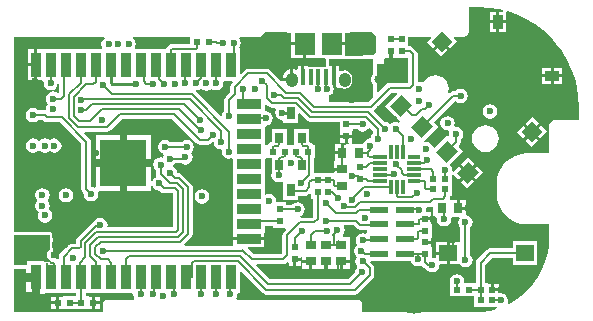
<source format=gtl>
G04 Layer_Physical_Order=1*
G04 Layer_Color=3162822*
%FSLAX44Y44*%
%MOMM*%
G71*
G01*
G75*
%ADD10R,0.9000X2.1000*%
%ADD11R,2.1000X0.9000*%
%ADD12R,4.0000X4.0000*%
%ADD13R,1.5000X0.5500*%
%ADD14R,1.2000X0.3000*%
%ADD15R,0.3000X1.2000*%
%ADD16R,1.1000X0.3000*%
%ADD17R,0.6000X0.5000*%
%ADD18R,0.5000X0.6000*%
%ADD19R,0.8000X0.9000*%
%ADD20R,1.5000X1.4000*%
%ADD21R,1.2000X0.8500*%
%ADD22R,0.8500X1.2000*%
G04:AMPARAMS|DCode=23|XSize=1.3mm|YSize=1.4mm|CornerRadius=0mm|HoleSize=0mm|Usage=FLASHONLY|Rotation=315.000|XOffset=0mm|YOffset=0mm|HoleType=Round|Shape=Rectangle|*
%AMROTATEDRECTD23*
4,1,4,-0.9546,-0.0354,0.0354,0.9546,0.9546,0.0354,-0.0354,-0.9546,-0.9546,-0.0354,0.0*
%
%ADD23ROTATEDRECTD23*%

G04:AMPARAMS|DCode=24|XSize=1.2mm|YSize=1.3mm|CornerRadius=0mm|HoleSize=0mm|Usage=FLASHONLY|Rotation=315.000|XOffset=0mm|YOffset=0mm|HoleType=Round|Shape=Rectangle|*
%AMROTATEDRECTD24*
4,1,4,-0.8839,-0.0354,0.0354,0.8839,0.8839,0.0354,-0.0354,-0.8839,-0.8839,-0.0354,0.0*
%
%ADD24ROTATEDRECTD24*%

%ADD25R,0.6500X1.1000*%
%ADD26R,0.6500X0.9000*%
%ADD27R,0.4000X1.3500*%
%ADD28R,1.8000X1.9000*%
%ADD29R,0.9000X0.8000*%
%ADD30C,0.2000*%
%ADD31C,0.2500*%
%ADD32C,0.3500*%
%ADD33C,0.6000*%
%ADD34O,1.0500X1.2500*%
%ADD35C,4.0000*%
G36*
X405116Y75916D02*
X406439Y75032D01*
X408000Y74722D01*
X408000Y74722D01*
X413383D01*
X413500Y73500D01*
Y72500D01*
X412591Y71629D01*
X412230Y71410D01*
X410328Y71789D01*
X407987Y71323D01*
X406002Y69997D01*
X404676Y68012D01*
X404210Y65671D01*
X404676Y63330D01*
X405601Y61946D01*
X404673Y61326D01*
X403347Y59341D01*
X402882Y57000D01*
X403347Y54659D01*
X404673Y52674D01*
X405526Y52104D01*
X404348Y50341D01*
X403882Y48000D01*
X404348Y45659D01*
X404984Y44707D01*
X405474Y43526D01*
X404919Y42694D01*
X404918Y42694D01*
X404880Y42636D01*
X404148Y41541D01*
X403683Y39200D01*
X403741Y38908D01*
X397911Y33078D01*
X331320D01*
X319850Y44548D01*
X320336Y45722D01*
X342800D01*
X342800Y45722D01*
X344361Y46032D01*
X345684Y46916D01*
X346287Y47519D01*
X347460Y47033D01*
Y44460D01*
X351230D01*
Y50000D01*
X352500D01*
Y51270D01*
X357540D01*
Y52748D01*
X357690Y52821D01*
X358960Y52028D01*
Y49272D01*
X366000D01*
Y48002D01*
X367270D01*
Y41462D01*
X377730D01*
Y48002D01*
X380270D01*
Y41462D01*
X390730D01*
Y48002D01*
X392000D01*
Y49272D01*
X399040D01*
Y53922D01*
X399500Y55002D01*
X399500Y55621D01*
Y69002D01*
X393472D01*
X393084Y70272D01*
X394267Y72042D01*
X394733Y74384D01*
X394267Y76725D01*
X393902Y77271D01*
X394501Y78391D01*
X402641D01*
X405116Y75916D01*
D02*
G37*
G36*
X419000Y215000D02*
X419000Y215000D01*
X419000D01*
Y206641D01*
X418982Y206503D01*
X418883Y206404D01*
X418721Y206280D01*
X417759Y205026D01*
X417155Y203567D01*
X416949Y202000D01*
X417155Y200434D01*
X417759Y198974D01*
X418721Y197721D01*
X419000Y197359D01*
X419000Y197359D01*
X419000Y197359D01*
Y186768D01*
X415111Y182878D01*
X382000D01*
Y188541D01*
X382526Y188759D01*
X383779Y189721D01*
X384741Y190974D01*
X385346Y192434D01*
X385552Y194000D01*
X386525Y195110D01*
X390040D01*
X390040Y195110D01*
X391512Y195043D01*
X393014Y194421D01*
X394750Y194193D01*
X396486Y194421D01*
X398104Y195091D01*
X399493Y196157D01*
X400559Y197546D01*
X401229Y199164D01*
X401457Y200900D01*
Y202900D01*
X401229Y204636D01*
X400559Y206254D01*
X399493Y207643D01*
X398104Y208709D01*
X396486Y209379D01*
X394750Y209607D01*
X393014Y209379D01*
X391540Y208768D01*
X390434Y209169D01*
X390040Y209364D01*
Y213690D01*
X386770D01*
Y204400D01*
X384230D01*
Y213690D01*
X382000D01*
Y219000D01*
X419000D01*
Y215000D01*
D02*
G37*
G36*
X145000Y57993D02*
X144721Y57779D01*
X143759Y56526D01*
X143154Y55066D01*
X142948Y53500D01*
X143154Y51934D01*
X143759Y50474D01*
X144721Y49221D01*
X144827Y49139D01*
X144318Y47639D01*
X140900D01*
Y48099D01*
X125900D01*
Y45000D01*
X115000D01*
Y70000D01*
X145000D01*
Y57993D01*
D02*
G37*
G36*
X435269Y220460D02*
X437500D01*
Y220000D01*
X448500D01*
X448538Y218515D01*
Y199078D01*
X433000D01*
X433000Y199078D01*
X431439Y198768D01*
X430116Y197884D01*
X423445Y191212D01*
X422059Y191786D01*
Y197507D01*
X422019Y197705D01*
X422033Y197906D01*
X421904Y198285D01*
X421826Y198678D01*
X421714Y198846D01*
X421649Y199037D01*
X421385Y199337D01*
X421163Y199670D01*
X420995Y199782D01*
X420431Y200517D01*
X420135Y201233D01*
X420034Y202000D01*
X420135Y202768D01*
X420431Y203484D01*
X420995Y204219D01*
X421163Y204331D01*
X421385Y204664D01*
X421649Y204964D01*
X421714Y205155D01*
X421826Y205323D01*
X421904Y205715D01*
X422033Y206094D01*
X422019Y206296D01*
X422059Y206494D01*
Y215000D01*
X428000D01*
Y219358D01*
X428960Y220460D01*
X432729D01*
Y226000D01*
X435269D01*
Y220460D01*
D02*
G37*
G36*
X300140Y199676D02*
X299116Y198652D01*
X298232Y197329D01*
X297922Y195768D01*
X297922Y195768D01*
Y191214D01*
X294116Y187408D01*
X293232Y186085D01*
X292922Y184524D01*
X292922Y184524D01*
Y175491D01*
X292674Y175326D01*
X291348Y173341D01*
X290947Y171325D01*
X289738Y170737D01*
X268824Y191651D01*
X268878Y192029D01*
X269324Y192947D01*
X271341Y193348D01*
X273266Y194634D01*
X273474Y194323D01*
X275459Y192997D01*
X277800Y192531D01*
X280141Y192997D01*
X282126Y194323D01*
X282149Y194357D01*
X283659Y193348D01*
X286000Y192882D01*
X288341Y193348D01*
X290326Y194674D01*
X291652Y196659D01*
X292118Y199000D01*
X291945Y199867D01*
X292751Y200849D01*
X299654D01*
X300140Y199676D01*
D02*
G37*
G36*
X439236Y189748D02*
X428678Y179191D01*
X441391Y166478D01*
X440581Y165491D01*
X440341Y165652D01*
X438000Y166117D01*
X435659Y165652D01*
X434613Y164953D01*
X433624Y164353D01*
X432558Y164941D01*
X431541Y165620D01*
X429200Y166085D01*
X428908Y166028D01*
X419624Y175311D01*
X419684Y175916D01*
X434689Y190922D01*
X438750D01*
X439236Y189748D01*
D02*
G37*
G36*
X330273Y179191D02*
X331596Y178307D01*
X333157Y177997D01*
X333157Y177997D01*
X336107D01*
X336706Y176877D01*
X336348Y176341D01*
X335882Y174000D01*
X336348Y171659D01*
X337674Y169674D01*
X339659Y168348D01*
X342000Y167882D01*
X342750Y167267D01*
Y164875D01*
X355250D01*
Y172973D01*
X356423Y173459D01*
X362567Y167316D01*
X363890Y166432D01*
X365451Y166122D01*
X390500D01*
Y158000D01*
X390960D01*
Y155270D01*
X395999D01*
X401040D01*
Y158000D01*
X401500D01*
Y159921D01*
X405508D01*
X405673Y159674D01*
X407658Y158348D01*
X409999Y157882D01*
X412340Y158348D01*
X414325Y159674D01*
X415064Y160780D01*
X416328Y160905D01*
X418922Y158311D01*
Y156491D01*
X418674Y156326D01*
X417348Y154341D01*
X417119Y153190D01*
X416000Y152118D01*
X413659Y151652D01*
X411674Y150326D01*
X410348Y148341D01*
X410181Y147500D01*
X401788D01*
X401040Y148460D01*
Y152730D01*
X397269D01*
Y148460D01*
X398085D01*
X398565Y148040D01*
X398876Y147190D01*
X398750Y147040D01*
X394271D01*
Y140001D01*
X393001D01*
Y138731D01*
X386462D01*
Y133601D01*
X385960Y132538D01*
X385960Y131898D01*
Y127268D01*
X393000D01*
Y124728D01*
X385960D01*
Y123000D01*
X369028D01*
Y135500D01*
X370000D01*
Y146500D01*
X367780D01*
X367768Y146561D01*
X366884Y147884D01*
X366884Y147884D01*
X365884Y148884D01*
X364750Y149642D01*
Y160125D01*
X352250D01*
Y146500D01*
X345750D01*
Y160125D01*
X333250D01*
Y149642D01*
X332116Y148884D01*
X332116Y148884D01*
X331116Y147884D01*
X330232Y146561D01*
X330220Y146500D01*
X328000D01*
X327000Y147152D01*
Y162080D01*
X327982Y162886D01*
X328000Y162882D01*
X330341Y163348D01*
X332326Y164674D01*
X333652Y166659D01*
X334118Y169000D01*
X333652Y171341D01*
X332326Y173326D01*
X330341Y174652D01*
X328000Y175117D01*
X327982Y175114D01*
X327000Y175920D01*
Y180805D01*
X328173Y181291D01*
X330273Y179191D01*
D02*
G37*
G36*
X191544Y236907D02*
X190674Y236326D01*
X189348Y234341D01*
X188883Y232000D01*
X189348Y229659D01*
X189809Y228969D01*
X189210Y227849D01*
X138600D01*
Y227389D01*
X134670D01*
Y214349D01*
Y201309D01*
X138600D01*
Y200849D01*
X139249D01*
X140055Y199867D01*
X139882Y199000D01*
X140348Y196658D01*
X141674Y194674D01*
X143659Y193348D01*
X146000Y192882D01*
X148341Y193348D01*
X150325Y194674D01*
X151652Y196658D01*
X152052Y198670D01*
X153322Y198545D01*
Y190622D01*
X152452Y190261D01*
X152052Y190175D01*
X150141Y191452D01*
X147800Y191918D01*
X145459Y191452D01*
X143474Y190126D01*
X142148Y188141D01*
X141683Y185800D01*
X142148Y183459D01*
X142918Y182306D01*
X143474Y181474D01*
X142984Y180293D01*
X142348Y179341D01*
X141920Y177190D01*
X141700Y176831D01*
X140771Y176078D01*
X135491D01*
X135326Y176326D01*
X133341Y177652D01*
X131000Y178118D01*
X128659Y177652D01*
X126674Y176326D01*
X125348Y174341D01*
X124882Y172000D01*
X125348Y169659D01*
X126674Y167674D01*
X128659Y166348D01*
X131000Y165882D01*
X133341Y166348D01*
X135326Y167674D01*
X135491Y167922D01*
X139311D01*
X140116Y167116D01*
X140116Y167116D01*
X141439Y166232D01*
X143000Y165922D01*
X143000Y165922D01*
X153431D01*
X171922Y147431D01*
Y109000D01*
X171922Y109000D01*
X172232Y107439D01*
X173116Y106116D01*
X173941Y105292D01*
X173883Y105000D01*
X174348Y102659D01*
X175674Y100674D01*
X177659Y99348D01*
X180000Y98883D01*
X182341Y99348D01*
X184326Y100674D01*
X185652Y102659D01*
X186117Y105000D01*
X185804Y106579D01*
X186724Y107849D01*
X204250D01*
Y128099D01*
X184000D01*
Y110891D01*
X182880Y110292D01*
X182341Y110652D01*
X180078Y111102D01*
Y149121D01*
X179768Y150681D01*
X178884Y152004D01*
X178884Y152004D01*
X174340Y156548D01*
X174826Y157722D01*
X193800D01*
X193800Y157722D01*
X195361Y158032D01*
X196684Y158916D01*
X206289Y168522D01*
X248942D01*
X269347Y148116D01*
X269347Y148116D01*
X270670Y147232D01*
X272231Y146922D01*
X272231Y146922D01*
X279000D01*
X279000Y146922D01*
X280561Y147232D01*
X281884Y148116D01*
X282666Y148898D01*
X283922Y148804D01*
X284348Y146659D01*
X285674Y144674D01*
X287659Y143348D01*
X289963Y142890D01*
X290313Y142794D01*
X291085Y142022D01*
X290882Y141000D01*
X291348Y138659D01*
X292674Y136674D01*
X294658Y135348D01*
X296999Y134882D01*
X298730Y135226D01*
X300000Y134377D01*
Y123199D01*
Y110499D01*
Y97799D01*
Y85099D01*
Y72399D01*
X300460D01*
Y68469D01*
X313500D01*
X326540D01*
Y72399D01*
X327000D01*
Y77922D01*
X334500D01*
Y76000D01*
X344436D01*
X344962Y74730D01*
X343116Y72884D01*
X342232Y71561D01*
X341922Y70000D01*
X341922Y70000D01*
Y54689D01*
X341111Y53878D01*
X317889D01*
X312782Y58986D01*
X313268Y60159D01*
X326540D01*
Y65929D01*
X313500D01*
X300460D01*
Y61078D01*
X259642D01*
X259116Y62348D01*
X264884Y68116D01*
X265768Y69439D01*
X266078Y71000D01*
X266078Y71000D01*
Y110879D01*
X265768Y112440D01*
X264884Y113763D01*
X264884Y113763D01*
X257363Y121284D01*
X256040Y122168D01*
X254479Y122478D01*
X254479Y122478D01*
X254309D01*
X253118Y123000D01*
X252652Y125341D01*
X251326Y127326D01*
X249918Y128266D01*
X249918Y129733D01*
X251325Y130674D01*
X251491Y130921D01*
X256801D01*
X257659Y130348D01*
X260000Y129882D01*
X262341Y130348D01*
X264326Y131674D01*
X265652Y133659D01*
X266117Y136000D01*
X265652Y138341D01*
X264628Y139874D01*
X265380Y140376D01*
X266706Y142361D01*
X267172Y144702D01*
X266706Y147043D01*
X265380Y149028D01*
X263395Y150354D01*
X261054Y150819D01*
X258713Y150354D01*
X256729Y149028D01*
X256563Y148780D01*
X247690D01*
X247326Y149326D01*
X245341Y150652D01*
X243000Y151117D01*
X240659Y150652D01*
X238674Y149326D01*
X237348Y147341D01*
X236882Y145000D01*
X237348Y142659D01*
X238674Y140674D01*
X240659Y139348D01*
X241330Y139215D01*
X241816Y138041D01*
X241348Y137341D01*
X241024Y135715D01*
X239000Y136117D01*
X236659Y135652D01*
X234674Y134326D01*
X233348Y132341D01*
X232882Y130000D01*
X233348Y127659D01*
X234674Y125674D01*
X234922Y125509D01*
Y122232D01*
X234922Y122232D01*
X235232Y120671D01*
X235279Y120601D01*
X235658Y119652D01*
X233674Y118326D01*
X232348Y116341D01*
X232270Y115950D01*
X231000Y116076D01*
Y128099D01*
X210750D01*
Y107849D01*
X231000D01*
Y111924D01*
X232270Y112049D01*
X232348Y111659D01*
X233674Y109674D01*
X235658Y108348D01*
X237999Y107882D01*
X238291Y107940D01*
X239115Y107116D01*
X239115Y107116D01*
X240439Y106232D01*
X241999Y105922D01*
X241999Y105922D01*
X249311D01*
X249522Y105711D01*
Y76678D01*
X194656D01*
X193851Y77660D01*
X194117Y79000D01*
X193652Y81341D01*
X192325Y83326D01*
X190341Y84652D01*
X188000Y85117D01*
X185658Y84652D01*
X183674Y83326D01*
X183092Y82456D01*
X182237Y81884D01*
X168316Y67963D01*
X167432Y66640D01*
X167121Y65079D01*
X167121Y65079D01*
Y63078D01*
X164000D01*
X164000Y63078D01*
X162439Y62768D01*
X161116Y61884D01*
X154116Y54884D01*
X153232Y53561D01*
X152922Y52000D01*
X152922Y52000D01*
Y50602D01*
X152496Y50307D01*
X151652Y50039D01*
X150561Y50768D01*
X149000Y51078D01*
X147593D01*
X146686Y51684D01*
X146431Y52017D01*
X146135Y52732D01*
X146033Y53500D01*
X146063Y53727D01*
X146117Y54000D01*
X146107Y54055D01*
X146135Y54268D01*
X146431Y54983D01*
X146994Y55718D01*
X146995Y55719D01*
X147163Y55831D01*
X147385Y56163D01*
X147649Y56464D01*
X147714Y56655D01*
X147826Y56823D01*
X147904Y57215D01*
X148033Y57594D01*
X148019Y57796D01*
X148059Y57993D01*
Y70000D01*
X147826Y71171D01*
X147163Y72163D01*
X146171Y72826D01*
X145000Y73059D01*
X115000D01*
Y238177D01*
X191158D01*
X191544Y236907D01*
D02*
G37*
G36*
X333250Y122848D02*
X332882Y121000D01*
X333348Y118659D01*
X334674Y116674D01*
X336659Y115348D01*
X339000Y114882D01*
X341341Y115348D01*
X341630Y115541D01*
X342750Y114942D01*
Y100125D01*
X355250D01*
Y103721D01*
X361800D01*
X361800Y103721D01*
X363360Y104032D01*
X364684Y104916D01*
X365327Y105559D01*
X366500Y105073D01*
Y101000D01*
X367922D01*
Y85689D01*
X367311Y85078D01*
X357467D01*
X357341Y86348D01*
X359326Y87674D01*
X360652Y89659D01*
X361118Y92000D01*
X360652Y94341D01*
X359326Y96326D01*
X357341Y97652D01*
X355000Y98118D01*
X352659Y97652D01*
X350674Y96326D01*
X350509Y96078D01*
X345500D01*
Y98000D01*
X337919D01*
X337113Y98982D01*
X337117Y99000D01*
X336651Y101341D01*
X335325Y103326D01*
X333340Y104652D01*
X330999Y105117D01*
X328658Y104652D01*
X328120Y104292D01*
X327000Y104891D01*
Y110499D01*
Y123199D01*
Y134848D01*
X328000Y135500D01*
X333250D01*
Y122848D01*
D02*
G37*
G36*
X517255Y262819D02*
X525431Y261606D01*
X528762Y260772D01*
X528605Y259502D01*
X525761D01*
Y252232D01*
X531281D01*
Y258832D01*
X532403Y259860D01*
X533449Y259598D01*
X541231Y256813D01*
X548703Y253279D01*
X555793Y249030D01*
X562431Y244106D01*
X568556Y238556D01*
X574106Y232431D01*
X579030Y225793D01*
X583279Y218703D01*
X586813Y211231D01*
X589598Y203449D01*
X591606Y195431D01*
X592819Y187255D01*
X593215Y179193D01*
X593177Y179000D01*
Y167437D01*
X572000D01*
X570537Y167146D01*
X569296Y166317D01*
X568468Y165077D01*
X568177Y163614D01*
Y139351D01*
X549283D01*
X549283Y139351D01*
Y139402D01*
X544235Y138905D01*
X539381Y137432D01*
X534908Y135042D01*
X530987Y131824D01*
X527769Y127903D01*
X525378Y123429D01*
X523906Y118575D01*
X523409Y113528D01*
X523460D01*
X523460Y113527D01*
Y105221D01*
X523460Y105221D01*
X523409D01*
X523906Y100173D01*
X525378Y95319D01*
X527769Y90846D01*
X530987Y86925D01*
X534908Y83707D01*
X539381Y81316D01*
X544235Y79844D01*
X549283Y79347D01*
Y79398D01*
X549283Y79398D01*
X568177D01*
Y69000D01*
X568214Y68814D01*
X567820Y61809D01*
X566614Y54709D01*
X564620Y47788D01*
X561864Y41134D01*
X558380Y34831D01*
X554212Y28957D01*
X549413Y23587D01*
X544043Y18788D01*
X538169Y14620D01*
X533753Y12179D01*
X533701Y12202D01*
X532733Y13067D01*
X533117Y15000D01*
X532652Y17341D01*
X531326Y19326D01*
X529341Y20652D01*
X527000Y21117D01*
X526522Y21022D01*
X525540Y21828D01*
Y22730D01*
X519999D01*
Y24000D01*
X518729D01*
Y29040D01*
X516000D01*
Y29500D01*
X514078D01*
Y45311D01*
X519689Y50922D01*
X537000D01*
Y45000D01*
X558000D01*
Y65000D01*
X537000D01*
Y59078D01*
X518000D01*
X518000Y59078D01*
X516439Y58768D01*
X515116Y57884D01*
X515116Y57884D01*
X507116Y49884D01*
X506232Y48561D01*
X505922Y47000D01*
X505922Y47000D01*
Y29500D01*
X496820D01*
X496015Y30482D01*
X496118Y31000D01*
X495652Y33341D01*
X494326Y35326D01*
X492341Y36652D01*
X490000Y37118D01*
X487659Y36652D01*
X485674Y35326D01*
X484348Y33341D01*
X483882Y31000D01*
X484146Y29677D01*
X484000Y29500D01*
X484000D01*
Y18500D01*
X504000D01*
Y9500D01*
X523644D01*
X523769Y9286D01*
X523171Y7792D01*
X518291Y6386D01*
X511191Y5180D01*
X505260Y4847D01*
X504000Y4823D01*
X504000Y4823D01*
X502746Y4823D01*
X409823D01*
Y11775D01*
X409532Y13238D01*
X408704Y14478D01*
X407463Y15307D01*
X406000Y15598D01*
X303803D01*
X303124Y16868D01*
X303652Y17659D01*
X304118Y20000D01*
X304094Y20117D01*
X304900Y21099D01*
X306000D01*
Y39197D01*
X307173Y39683D01*
X325741Y21116D01*
X325741Y21116D01*
X327064Y20232D01*
X328624Y19922D01*
X403368D01*
X403368Y19922D01*
X404929Y20232D01*
X406252Y21116D01*
X418884Y33748D01*
X418884Y33748D01*
X419768Y35071D01*
X420078Y36632D01*
Y42000D01*
X419768Y43561D01*
X418884Y44884D01*
X418884Y44884D01*
X416538Y47230D01*
X417064Y48500D01*
X434500D01*
Y48500D01*
X435500D01*
Y48500D01*
X451181D01*
X451348Y47659D01*
X452674Y45674D01*
X454659Y44348D01*
X457000Y43882D01*
X459341Y44348D01*
X459534Y44477D01*
X460116Y44361D01*
X462361Y42116D01*
X463684Y41232D01*
X464396Y41090D01*
X464674Y40674D01*
X466659Y39348D01*
X469000Y38883D01*
X471341Y39348D01*
X473326Y40674D01*
X474652Y42659D01*
X475117Y45000D01*
X475495Y45460D01*
X481230D01*
Y53730D01*
X472460D01*
Y51250D01*
X471630Y50806D01*
X471190Y50682D01*
X469000Y51118D01*
X468500Y51528D01*
Y60000D01*
X468040D01*
Y62730D01*
X463000D01*
Y65270D01*
X468040D01*
Y68000D01*
X468500D01*
Y80000D01*
X468040D01*
Y82730D01*
X463000D01*
Y85270D01*
X468040D01*
Y89540D01*
X464615D01*
X463810Y90522D01*
X464064Y91800D01*
X463837Y92940D01*
X464643Y93922D01*
X467000D01*
X467000Y93922D01*
X468561Y94232D01*
X468728Y94344D01*
X469998Y93665D01*
Y85500D01*
X472180D01*
X472985Y84518D01*
X472882Y84000D01*
X473348Y81659D01*
X474674Y79674D01*
X476659Y78348D01*
X479000Y77882D01*
X481341Y78348D01*
X483326Y79674D01*
X484652Y81659D01*
X485117Y84000D01*
X484923Y84978D01*
X485729Y85960D01*
X491571D01*
X492249Y84690D01*
X491348Y83341D01*
X490882Y81000D01*
X491348Y78659D01*
X492674Y76674D01*
X492922Y76509D01*
Y65652D01*
X492540Y64540D01*
X483770D01*
Y55000D01*
Y45460D01*
X492149D01*
X492674Y44674D01*
X494659Y43348D01*
X497000Y42882D01*
X499341Y43348D01*
X501326Y44674D01*
X502652Y46659D01*
X503117Y49000D01*
X502652Y51341D01*
X501326Y53326D01*
X501078Y53491D01*
Y76509D01*
X501326Y76674D01*
X502652Y78659D01*
X503117Y81000D01*
X502652Y83341D01*
X501326Y85326D01*
X499341Y86652D01*
X497538Y87010D01*
Y91730D01*
X490998D01*
Y93000D01*
X489728D01*
Y100040D01*
X484458D01*
X483998Y100500D01*
X483834Y101770D01*
X484078Y103000D01*
Y103500D01*
X486000D01*
Y112500D01*
Y120860D01*
X487173Y121346D01*
X491391Y117128D01*
X497239Y122976D01*
X491745Y128470D01*
X487198Y123923D01*
X486028Y124549D01*
X486118Y125000D01*
X485652Y127341D01*
X484326Y129326D01*
X484217Y130431D01*
X494969Y141184D01*
X491627Y144526D01*
X491884Y145765D01*
X492768Y147089D01*
X493078Y148649D01*
X493078Y148650D01*
Y151509D01*
X493326Y151674D01*
X494652Y153659D01*
X495118Y156000D01*
X494652Y158341D01*
X493326Y160326D01*
X491341Y161652D01*
X489000Y162118D01*
X488655Y162049D01*
X487752Y163164D01*
X488117Y165000D01*
X487651Y167341D01*
X486325Y169325D01*
X484340Y170652D01*
X481999Y171117D01*
X479658Y170652D01*
X477673Y169325D01*
X476347Y167341D01*
X475882Y165000D01*
X476347Y162659D01*
X477673Y160674D01*
X479658Y159348D01*
X481999Y158882D01*
X482344Y158951D01*
X483248Y157836D01*
X482882Y156000D01*
X483114Y154835D01*
X481944Y154209D01*
X481534Y154619D01*
X471037Y144121D01*
X469821Y144490D01*
X469652Y145341D01*
X468326Y147326D01*
X466341Y148652D01*
X464000Y149117D01*
X462727Y148864D01*
X462101Y150035D01*
X474110Y162043D01*
X470276Y165877D01*
X487518Y183119D01*
X488674Y183674D01*
X490659Y182348D01*
X493000Y181882D01*
X495341Y182348D01*
X497326Y183674D01*
X498652Y185659D01*
X499118Y188000D01*
X498652Y190341D01*
X497326Y192326D01*
X495341Y193652D01*
X493000Y194118D01*
X490659Y193652D01*
X488674Y192326D01*
X488509Y192078D01*
X486632D01*
X486631Y192078D01*
X485071Y191768D01*
X483748Y190884D01*
X483570Y190918D01*
X482419Y191457D01*
X482805Y194393D01*
X482419Y197330D01*
X481285Y200067D01*
X479482Y202417D01*
X477132Y204220D01*
X474395Y205354D01*
X471458Y205741D01*
X468521Y205354D01*
X465784Y204220D01*
X463434Y202417D01*
X461631Y200067D01*
X461600Y199991D01*
X460385Y199623D01*
X460341Y199652D01*
X458000Y200117D01*
X457676Y200053D01*
X456694Y200859D01*
Y223384D01*
X456384Y224945D01*
X455500Y226268D01*
X455500Y226268D01*
X452884Y228884D01*
X451561Y229768D01*
X450000Y230078D01*
X450000Y230078D01*
X448500D01*
Y238177D01*
X467563D01*
X468049Y237003D01*
X464684Y233638D01*
X469825Y228497D01*
X476217Y234889D01*
X477115Y233991D01*
X478013Y234889D01*
X484052Y228851D01*
X489546Y234345D01*
X486888Y237003D01*
X487374Y238177D01*
X496000D01*
X497463Y238468D01*
X498704Y239296D01*
X499532Y240537D01*
X499823Y242000D01*
Y263177D01*
X509000D01*
X509193Y263215D01*
X517255Y262819D01*
D02*
G37*
G36*
X418857Y241189D02*
X420264Y239782D01*
X421025Y237945D01*
Y236950D01*
Y225950D01*
Y225353D01*
X420568Y224251D01*
X419724Y223407D01*
X418622Y222950D01*
X410621D01*
X409981Y222059D01*
X395540D01*
Y231180D01*
X384001D01*
Y233720D01*
X395540D01*
Y241431D01*
X399175D01*
Y241950D01*
X417020D01*
X418857Y241189D01*
D02*
G37*
G36*
X264000Y232127D02*
X249049D01*
X249049Y232127D01*
X247488Y231817D01*
X246165Y230933D01*
X246165Y230933D01*
X244816Y229584D01*
X243932Y228261D01*
X243850Y227849D01*
X217790D01*
X217191Y228969D01*
X217652Y229659D01*
X218118Y232000D01*
X217652Y234341D01*
X216326Y236326D01*
X215457Y236907D01*
X215842Y238177D01*
X264000D01*
Y232127D01*
D02*
G37*
G36*
X125400Y37849D02*
X133400D01*
Y34599D01*
X136650D01*
Y20599D01*
X141400D01*
Y21099D01*
X167422D01*
Y18500D01*
X156000D01*
Y18040D01*
X153271D01*
Y13000D01*
Y7960D01*
X156000D01*
Y7500D01*
X166000D01*
Y7500D01*
X178000D01*
Y7960D01*
X180730D01*
Y13000D01*
Y18040D01*
X178000D01*
Y18500D01*
X175578D01*
Y21099D01*
X215100D01*
X215906Y20117D01*
X215882Y20000D01*
X216348Y17659D01*
X216876Y16868D01*
X216197Y15598D01*
X194000D01*
X192537Y15307D01*
X191296Y14478D01*
X190468Y13238D01*
X190177Y11775D01*
Y4823D01*
X115000D01*
Y41941D01*
X125400D01*
Y37849D01*
D02*
G37*
G36*
X345825Y241431D02*
X349460D01*
Y233720D01*
X360999D01*
Y232450D01*
X362269D01*
Y220410D01*
X377927D01*
X378969Y219140D01*
X378941Y219000D01*
Y213690D01*
X378973Y213532D01*
X378167Y212550D01*
X364040D01*
Y213690D01*
X360770D01*
Y204400D01*
X358230D01*
Y213690D01*
X354960D01*
Y210583D01*
X353690Y209907D01*
X352284Y210490D01*
X351521Y210590D01*
Y201900D01*
X350251D01*
Y200630D01*
X341722D01*
X341446Y200433D01*
X341331Y200376D01*
X331623Y210084D01*
X330300Y210968D01*
X328740Y211278D01*
X328740Y211278D01*
X313432D01*
X313432Y211278D01*
X311871Y210968D01*
X310548Y210084D01*
X310548Y210084D01*
X307173Y206709D01*
X306000Y207195D01*
Y227849D01*
X306000Y227849D01*
X305623Y229119D01*
X306651Y230658D01*
X307117Y232999D01*
X306651Y235341D01*
X305605Y236907D01*
X306163Y238177D01*
X323000D01*
X323147Y238206D01*
X323457Y238027D01*
X323975Y237393D01*
Y237945D01*
X324736Y239782D01*
X326143Y241189D01*
X327980Y241950D01*
X345825D01*
Y241431D01*
D02*
G37*
%LPC*%
G36*
X357540Y48730D02*
X353770D01*
Y44460D01*
X357540D01*
Y48730D01*
D02*
G37*
G36*
X399040Y46732D02*
X393270D01*
Y41462D01*
X399040D01*
Y46732D01*
D02*
G37*
G36*
X364730D02*
X358960D01*
Y41462D01*
X364730D01*
Y46732D01*
D02*
G37*
G36*
X394729Y152730D02*
X390960D01*
Y148460D01*
X394729D01*
Y152730D01*
D02*
G37*
G36*
X391731Y147040D02*
X386462D01*
Y141271D01*
X391731D01*
Y147040D01*
D02*
G37*
G36*
X274000Y109117D02*
X271659Y108652D01*
X269674Y107326D01*
X268348Y105341D01*
X267882Y103000D01*
X268348Y100659D01*
X269674Y98674D01*
X271659Y97348D01*
X274000Y96882D01*
X276341Y97348D01*
X278326Y98674D01*
X279652Y100659D01*
X280117Y103000D01*
X279652Y105341D01*
X278326Y107326D01*
X276341Y108652D01*
X274000Y109117D01*
D02*
G37*
G36*
X159000Y110118D02*
X156659Y109652D01*
X154674Y108326D01*
X153348Y106341D01*
X152882Y104000D01*
X153348Y101659D01*
X154674Y99674D01*
X156659Y98348D01*
X159000Y97882D01*
X161341Y98348D01*
X163326Y99674D01*
X164652Y101659D01*
X165118Y104000D01*
X164652Y106341D01*
X163326Y108326D01*
X161341Y109652D01*
X159000Y110118D01*
D02*
G37*
G36*
X204250Y154849D02*
X184000D01*
Y134599D01*
X204250D01*
Y154849D01*
D02*
G37*
G36*
X231000D02*
X210750D01*
Y134599D01*
X231000D01*
Y154849D01*
D02*
G37*
G36*
X139000Y110118D02*
X136659Y109652D01*
X134674Y108326D01*
X133348Y106341D01*
X132882Y104000D01*
X133348Y101659D01*
X134674Y99674D01*
Y99326D01*
X133348Y97341D01*
X132882Y95000D01*
X133348Y92659D01*
X134674Y90674D01*
X135756Y89951D01*
X135348Y89341D01*
X134882Y87000D01*
X135348Y84659D01*
X136674Y82674D01*
X138659Y81348D01*
X141000Y80883D01*
X143341Y81348D01*
X145326Y82674D01*
X146652Y84659D01*
X147118Y87000D01*
X146652Y89341D01*
X145326Y91326D01*
X144244Y92049D01*
X144652Y92659D01*
X145118Y95000D01*
X144652Y97341D01*
X143326Y99326D01*
Y99674D01*
X144652Y101659D01*
X145118Y104000D01*
X144652Y106341D01*
X143326Y108326D01*
X141341Y109652D01*
X139000Y110118D01*
D02*
G37*
G36*
X132130Y227389D02*
X126360D01*
Y215619D01*
X132130D01*
Y227389D01*
D02*
G37*
G36*
Y213079D02*
X126360D01*
Y201309D01*
X132130D01*
Y213079D01*
D02*
G37*
G36*
X149000Y152118D02*
X146659Y151652D01*
X145000Y150543D01*
X143341Y151652D01*
X141000Y152118D01*
X138659Y151652D01*
X136798Y150408D01*
X136362Y150267D01*
X135638D01*
X135202Y150408D01*
X133341Y151652D01*
X131000Y152118D01*
X128659Y151652D01*
X126674Y150326D01*
X125348Y148341D01*
X124882Y146000D01*
X125348Y143659D01*
X126674Y141674D01*
X128659Y140348D01*
X131000Y139882D01*
X133341Y140348D01*
X135326Y141674D01*
X135365Y141733D01*
X136635D01*
X136674Y141674D01*
X138659Y140348D01*
X141000Y139882D01*
X143341Y140348D01*
X145000Y141457D01*
X146659Y140348D01*
X149000Y139882D01*
X151341Y140348D01*
X153326Y141674D01*
X154652Y143659D01*
X155118Y146000D01*
X154652Y148341D01*
X153326Y150326D01*
X151341Y151652D01*
X149000Y152118D01*
D02*
G37*
G36*
X492268Y100040D02*
Y94270D01*
X497538D01*
Y100040D01*
X492268D01*
D02*
G37*
G36*
X499035Y121180D02*
X493187Y115332D01*
X498682Y109838D01*
X504529Y115685D01*
X499035Y121180D01*
D02*
G37*
G36*
X506679Y128823D02*
X500831Y122976D01*
X506325Y117481D01*
X512173Y123329D01*
X506679Y128823D01*
D02*
G37*
G36*
X499389Y136114D02*
X493541Y130266D01*
X499035Y124772D01*
X504883Y130619D01*
X499389Y136114D01*
D02*
G37*
G36*
X481230Y64540D02*
X472460D01*
Y56270D01*
X481230D01*
Y64540D01*
D02*
G37*
G36*
X525540Y29040D02*
X521269D01*
Y25270D01*
X525540D01*
Y29040D01*
D02*
G37*
G36*
X578993Y211790D02*
X571723D01*
Y206271D01*
X578993D01*
Y211790D01*
D02*
G37*
G36*
X569183D02*
X561913D01*
Y206271D01*
X569183D01*
Y211790D01*
D02*
G37*
G36*
X477115Y232195D02*
X471621Y226701D01*
X476761Y221560D01*
X482255Y227055D01*
X477115Y232195D01*
D02*
G37*
G36*
X531281Y249692D02*
X525761D01*
Y242422D01*
X531281D01*
Y249692D01*
D02*
G37*
G36*
X523221Y259502D02*
X517701D01*
Y252232D01*
X523221D01*
Y259502D01*
D02*
G37*
G36*
Y249692D02*
X517701D01*
Y242422D01*
X523221D01*
Y249692D01*
D02*
G37*
G36*
X553482Y155828D02*
X547988Y150333D01*
X553129Y145193D01*
X558623Y150687D01*
X553482Y155828D01*
D02*
G37*
G36*
X513884Y163314D02*
X510948Y162927D01*
X508211Y161794D01*
X505861Y159991D01*
X504058Y157640D01*
X502924Y154904D01*
X502537Y151967D01*
X502924Y149030D01*
X504058Y146293D01*
X505861Y143943D01*
X508211Y142140D01*
X510948Y141007D01*
X513884Y140620D01*
X516821Y141007D01*
X519558Y142140D01*
X521908Y143943D01*
X523711Y146293D01*
X524845Y149030D01*
X525232Y151967D01*
X524845Y154904D01*
X523711Y157640D01*
X521908Y159991D01*
X519558Y161794D01*
X516821Y162927D01*
X513884Y163314D01*
D02*
G37*
G36*
X546546Y162764D02*
X541051Y157270D01*
X546192Y152129D01*
X551686Y157624D01*
X546546Y162764D01*
D02*
G37*
G36*
X569183Y203731D02*
X561913D01*
Y198210D01*
X569183D01*
Y203731D01*
D02*
G37*
G36*
X578993D02*
X571723D01*
Y198210D01*
X578993D01*
Y203731D01*
D02*
G37*
G36*
X518000Y181117D02*
X515659Y180652D01*
X513674Y179326D01*
X512348Y177341D01*
X511883Y175000D01*
X512348Y172659D01*
X513674Y170674D01*
X515659Y169348D01*
X518000Y168883D01*
X520341Y169348D01*
X522326Y170674D01*
X523652Y172659D01*
X524118Y175000D01*
X523652Y177341D01*
X522326Y179326D01*
X520341Y180652D01*
X518000Y181117D01*
D02*
G37*
G36*
X560773Y163118D02*
X555279Y157624D01*
X560419Y152483D01*
X565913Y157977D01*
X560773Y163118D01*
D02*
G37*
G36*
X553836Y170055D02*
X548342Y164560D01*
X553482Y159420D01*
X558977Y164914D01*
X553836Y170055D01*
D02*
G37*
G36*
X130150Y31349D02*
X125400D01*
Y20599D01*
X130150D01*
Y31349D01*
D02*
G37*
G36*
X187540Y11730D02*
X183270D01*
Y7960D01*
X187540D01*
Y11730D01*
D02*
G37*
G36*
Y18040D02*
X183270D01*
Y14270D01*
X187540D01*
Y18040D01*
D02*
G37*
G36*
X150730Y18040D02*
X146460D01*
Y14270D01*
X150730D01*
Y18040D01*
D02*
G37*
G36*
Y11730D02*
X146460D01*
Y7960D01*
X150730D01*
Y11730D01*
D02*
G37*
G36*
X359729Y231180D02*
X349460D01*
Y220410D01*
X359729D01*
Y231180D01*
D02*
G37*
G36*
X348981Y210590D02*
X348216Y210490D01*
X346321Y209704D01*
X344694Y208456D01*
X343446Y206829D01*
X342660Y204934D01*
X342428Y203170D01*
X348981D01*
Y210590D01*
D02*
G37*
G36*
X329480Y222950D02*
X328121D01*
X329010Y222582D01*
X329480Y222520D01*
Y222950D01*
D02*
G37*
G36*
X333379D02*
X332020D01*
Y222520D01*
X332490Y222582D01*
X333379Y222950D01*
D02*
G37*
%LPD*%
D10*
X133400Y214349D02*
D03*
X146100D02*
D03*
X158800D02*
D03*
X171500D02*
D03*
X184200D02*
D03*
X196900D02*
D03*
X209600D02*
D03*
X222300D02*
D03*
X235000D02*
D03*
X247700D02*
D03*
X260400D02*
D03*
X273100D02*
D03*
X285800D02*
D03*
X298500D02*
D03*
Y34599D02*
D03*
X285800D02*
D03*
X273100D02*
D03*
X260400D02*
D03*
X247700D02*
D03*
X235000D02*
D03*
X222300D02*
D03*
X209600D02*
D03*
X196900D02*
D03*
X184200D02*
D03*
X171500D02*
D03*
X158800D02*
D03*
X146100D02*
D03*
X133400D02*
D03*
D11*
X313500Y67199D02*
D03*
Y79899D02*
D03*
Y92599D02*
D03*
Y105299D02*
D03*
Y117999D02*
D03*
Y130699D02*
D03*
Y143399D02*
D03*
Y156099D02*
D03*
Y168799D02*
D03*
Y181499D02*
D03*
D12*
X207500Y131349D02*
D03*
D13*
X424000Y91750D02*
D03*
Y79250D02*
D03*
Y66750D02*
D03*
X446000Y54250D02*
D03*
X424000D02*
D03*
X446000Y91750D02*
D03*
Y79250D02*
D03*
Y66750D02*
D03*
D14*
X424500Y136000D02*
D03*
Y131000D02*
D03*
Y126000D02*
D03*
Y121000D02*
D03*
Y116000D02*
D03*
X453500Y121000D02*
D03*
Y126000D02*
D03*
Y131000D02*
D03*
D15*
X434000Y111250D02*
D03*
X439000D02*
D03*
X444000D02*
D03*
Y140750D02*
D03*
X439000D02*
D03*
X434000D02*
D03*
D16*
X453500Y116000D02*
D03*
Y136000D02*
D03*
D17*
X182000Y13000D02*
D03*
X172000D02*
D03*
X152000Y13000D02*
D03*
X162000D02*
D03*
X470000Y109000D02*
D03*
X480000D02*
D03*
X470000Y118000D02*
D03*
X480000D02*
D03*
X500000Y24000D02*
D03*
X490000D02*
D03*
X280000Y234000D02*
D03*
X270000D02*
D03*
X510000Y15000D02*
D03*
X520000D02*
D03*
X344000Y141000D02*
D03*
X334000D02*
D03*
X364000D02*
D03*
X354000D02*
D03*
X520000Y24000D02*
D03*
X510000D02*
D03*
D18*
X340000Y82000D02*
D03*
Y92000D02*
D03*
X463000Y84000D02*
D03*
Y74000D02*
D03*
X443000Y236000D02*
D03*
Y226000D02*
D03*
X372000Y117000D02*
D03*
Y107000D02*
D03*
X352500Y60000D02*
D03*
Y50000D02*
D03*
X381000Y117000D02*
D03*
Y107000D02*
D03*
X434000Y226000D02*
D03*
Y236000D02*
D03*
X463000Y64000D02*
D03*
Y54000D02*
D03*
X396000Y154000D02*
D03*
Y164000D02*
D03*
X408000Y118000D02*
D03*
Y128000D02*
D03*
D19*
X490998Y93000D02*
D03*
X476998D02*
D03*
X393002Y140000D02*
D03*
X407002D02*
D03*
D20*
X547500Y55000D02*
D03*
X482500D02*
D03*
D21*
X570453Y205000D02*
D03*
D22*
X524491Y250962D02*
D03*
D23*
X499035Y122976D02*
D03*
X481181Y140830D02*
D03*
X460321Y161690D02*
D03*
X442467Y179544D02*
D03*
D24*
X477115Y233991D02*
D03*
X553482Y157624D02*
D03*
D25*
X349000Y173375D02*
D03*
Y108625D02*
D03*
D26*
X358500Y152625D02*
D03*
X339500D02*
D03*
X339500Y129375D02*
D03*
X358500D02*
D03*
D27*
X366000Y204400D02*
D03*
X372500D02*
D03*
X379000D02*
D03*
X359500D02*
D03*
X385500D02*
D03*
D28*
X384000Y232450D02*
D03*
X361000D02*
D03*
D29*
X392000Y48002D02*
D03*
Y62002D02*
D03*
X379000Y48002D02*
D03*
Y62002D02*
D03*
X366000Y48002D02*
D03*
Y62002D02*
D03*
X393000Y111998D02*
D03*
Y125998D02*
D03*
D30*
X270000Y229000D02*
Y234000D01*
X269049Y228049D02*
X270000Y229000D01*
X249049Y228049D02*
X269049D01*
X247700Y226700D02*
X249049Y228049D01*
X247700Y214349D02*
Y226700D01*
X287000Y233000D02*
X292000D01*
X286000Y234000D02*
X287000Y233000D01*
X300999Y216848D02*
Y232999D01*
X280000Y234000D02*
X286000D01*
X385500Y62002D02*
X392000D01*
X379000D02*
X385500D01*
X388615Y73847D02*
Y74384D01*
X385384Y70616D02*
X388615Y73847D01*
X385384Y70616D02*
X385500Y70500D01*
Y62002D02*
Y70500D01*
X420921Y65671D02*
X422250Y67000D01*
X410328Y65671D02*
X420921D01*
X370000Y74000D02*
X380000D01*
X372000Y84000D02*
Y107000D01*
X369000Y81000D02*
X372000Y84000D01*
X357000Y81000D02*
X369000D01*
X379469Y82470D02*
X404330D01*
X408000Y78800D02*
X423550D01*
X404330Y82470D02*
X408000Y78800D01*
X407140Y91200D02*
X423450D01*
X404740Y88800D02*
X407140Y91200D01*
X408999Y57000D02*
X409500D01*
X412250Y54250D01*
X250100Y20100D02*
Y34599D01*
X233100Y20100D02*
Y34599D01*
X384000Y107000D02*
X389000Y102000D01*
X381000Y107000D02*
X384000D01*
X388999Y102000D02*
X388999Y102000D01*
X171500Y38599D02*
X173064Y37846D01*
X171500Y12500D02*
Y13000D01*
X175400Y63339D02*
X184660Y72600D01*
X179600Y61600D02*
X186400Y68400D01*
X179600Y52400D02*
X184200Y47800D01*
X183800Y59800D02*
X188200Y64200D01*
X183800Y54200D02*
X188200Y49800D01*
X183800Y54200D02*
Y59800D01*
X179600Y52400D02*
Y61600D01*
X175400Y51400D02*
Y63339D01*
X185121Y79000D02*
X188000D01*
X171200Y65079D02*
X185121Y79000D01*
X171200Y60000D02*
Y65079D01*
X170200Y59000D02*
X171200Y60000D01*
X171000Y47000D02*
X175400Y51400D01*
X190000Y57000D02*
X307000D01*
X308000Y58000D01*
X400999Y100768D02*
X411481Y111250D01*
X434000D01*
X413000Y118000D02*
X415000Y116000D01*
X424500D01*
X403800Y93800D02*
X408000Y98000D01*
X460000D01*
X408000Y118000D02*
X413000D01*
X400999Y100000D02*
Y100768D01*
X387199Y88800D02*
X404740D01*
X379000Y96999D02*
Y97000D01*
Y96999D02*
X387199Y88800D01*
X222100Y20100D02*
Y34599D01*
X298000Y30901D02*
X300099Y33000D01*
X286100Y20100D02*
Y34599D01*
X265400D02*
Y46424D01*
X349000Y107800D02*
X361800D01*
X123000Y21000D02*
X133400D01*
X121000Y23000D02*
X123000Y21000D01*
X121000Y23000D02*
Y24000D01*
X157400Y188400D02*
Y212949D01*
X158800Y214349D01*
X154800Y185800D02*
X157400Y188400D01*
X161600Y189308D02*
X171500Y199208D01*
X165800Y187568D02*
X176232Y198000D01*
X161600Y186660D02*
Y189308D01*
X161600Y186660D02*
X161600Y186660D01*
X165800Y184921D02*
Y187568D01*
X165800Y184920D02*
X165800Y184921D01*
X165800Y171200D02*
Y184920D01*
X161600Y169461D02*
Y186660D01*
X147800Y185800D02*
X154800D01*
X143000Y170000D02*
X155121D01*
X141000Y172000D02*
X143000Y170000D01*
X155121D02*
X176000Y149121D01*
X133000Y13000D02*
X152000D01*
X131000D02*
X133000D01*
X133400Y16000D02*
Y21000D01*
Y13400D02*
Y16000D01*
X133000Y13000D02*
X133400Y13400D01*
X121000Y16000D02*
X133400D01*
X121000Y9000D02*
X127000D01*
X131000Y13000D01*
X133400Y21000D02*
Y34599D01*
X129801Y31000D02*
X133400Y34599D01*
X121000Y31000D02*
X129801D01*
X171000Y36851D02*
Y47000D01*
X171500Y37092D02*
X173064Y37846D01*
X171000Y36851D02*
X171500Y37092D01*
Y38599D01*
Y34599D02*
Y37092D01*
X460000Y177000D02*
X462999D01*
X465999Y180000D01*
X455000Y172000D02*
X460000Y177000D01*
X452000Y172000D02*
X455000D01*
X444456Y179544D02*
X452000Y172000D01*
X450232Y195000D02*
X452616Y197384D01*
X393000Y140000D02*
Y145500D01*
Y125998D02*
Y140000D01*
X393000Y140000D02*
X393000Y140000D01*
X380000Y140000D02*
X393000D01*
X378000Y142000D02*
X380000Y140000D01*
X378000Y142000D02*
Y151000D01*
X393000Y145500D02*
X396000Y148500D01*
Y154000D01*
X196900Y34599D02*
Y47000D01*
X194100Y49800D02*
X196900Y47000D01*
X255200Y64200D02*
X262000Y71000D01*
X212299Y52499D02*
X306131D01*
X209600Y49800D02*
X212299Y52499D01*
X267274Y48299D02*
X304326D01*
X260400Y34599D02*
X265400D01*
Y46424D02*
X267274Y48299D01*
X209600Y34599D02*
Y49800D01*
X410000Y48000D02*
X416000Y42000D01*
Y36632D02*
Y42000D01*
X372000Y117000D02*
X381000D01*
X367000D02*
X372000D01*
X365000Y115000D02*
X367000Y117000D01*
X365000Y111000D02*
Y115000D01*
X361800Y107800D02*
X365000Y111000D01*
X349000Y107800D02*
Y108625D01*
X423750Y92000D02*
X424000Y91750D01*
X313500Y79899D02*
X315601Y82000D01*
X366000Y70000D02*
X370000Y74000D01*
X366000Y62002D02*
Y70000D01*
X352500Y67500D02*
X359000Y74000D01*
X352500Y60000D02*
Y67500D01*
X273000Y20000D02*
X273100Y20100D01*
Y34599D01*
X298000Y20000D02*
Y30901D01*
X298500Y34599D02*
X300099Y33000D01*
X490000Y31000D02*
X490000Y31000D01*
X490000Y24000D02*
Y31000D01*
X423250Y66000D02*
X424000Y66750D01*
X408000Y128000D02*
X413000D01*
X416000Y131000D01*
X424500D01*
X309000Y181499D02*
X309000Y181499D01*
X309000Y181499D02*
X313500D01*
X489000Y148649D02*
Y156000D01*
X481181Y140830D02*
X489000Y148649D01*
X455750Y66750D02*
X456750Y67750D01*
Y72750D01*
X458000Y74000D01*
X463000D01*
X500000Y24000D02*
X510000D01*
X510000Y24000D01*
Y47000D01*
Y15000D02*
Y24000D01*
Y47000D02*
X518000Y55000D01*
X547500D01*
X313500Y168799D02*
X313701Y169000D01*
X328000D01*
X286000Y199000D02*
Y213949D01*
X260000Y199000D02*
Y213949D01*
X372500Y194500D02*
Y204400D01*
X372000Y194000D02*
X372500Y194500D01*
X379000Y194500D02*
Y204400D01*
Y194500D02*
X379500Y194000D01*
X453500Y126000D02*
X468000D01*
X470000Y124000D01*
Y118000D02*
Y124000D01*
X446000Y66750D02*
X455750D01*
X412250Y54250D02*
X424000D01*
X358500Y147500D02*
Y152625D01*
Y147500D02*
X360000Y146000D01*
X363000D01*
X364000Y145000D01*
Y141000D02*
Y145000D01*
X364000Y141000D02*
X364000Y141000D01*
X334000D02*
X334000Y141000D01*
X334000Y141000D02*
Y145000D01*
X335000Y146000D01*
X338000D01*
X339500Y147500D01*
Y152625D01*
X344000Y137000D02*
Y141000D01*
X343000Y136000D02*
X344000Y137000D01*
X341000Y136000D02*
X343000D01*
X339500Y134500D02*
X341000Y136000D01*
X339500Y129375D02*
Y134500D01*
X358500Y129375D02*
Y134500D01*
X357000Y136000D02*
X358500Y134500D01*
X355000Y136000D02*
X357000D01*
X354000Y137000D02*
X355000Y136000D01*
X354000Y137000D02*
Y141000D01*
X364000D02*
X364950Y140050D01*
Y120950D02*
Y140050D01*
X339000Y128875D02*
X339500Y129375D01*
X296999Y141000D02*
Y157708D01*
X290000Y149000D02*
Y158768D01*
X357999Y114000D02*
X364950Y120950D01*
X339000Y121000D02*
Y128875D01*
X478000Y101000D02*
X480000Y103000D01*
Y109000D01*
X315601Y82000D02*
X340000D01*
X355000Y92000D02*
X355000Y92000D01*
X340000Y92000D02*
X355000D01*
X342800Y49800D02*
X346000Y53000D01*
X480000Y118000D02*
Y125000D01*
X416000Y136000D02*
X424500D01*
X415000Y137000D02*
X416000Y136000D01*
X415000Y137000D02*
Y139000D01*
X414000Y140000D02*
X415000Y139000D01*
X407002Y140000D02*
X414000D01*
X442467Y179544D02*
X444456D01*
X461816Y163184D02*
X486631Y188000D01*
X493000D01*
X453500Y131000D02*
X461800D01*
X464800Y134000D01*
X499035Y122976D02*
Y123035D01*
X507000Y131000D01*
X438599Y129865D02*
Y130200D01*
Y129865D02*
X443200Y125265D01*
Y122800D02*
Y125265D01*
Y122800D02*
X445000Y121000D01*
X453500D01*
X424500D02*
X436000D01*
X437000Y122000D01*
X465245Y45000D02*
X469000D01*
X463000Y47245D02*
Y54000D01*
Y47245D02*
X465245Y45000D01*
X462750Y54250D02*
X463000Y54000D01*
X457000Y50000D02*
Y54250D01*
X446000D02*
X457000D01*
X462750D01*
X482500Y55000D02*
X487000Y59500D01*
Y66000D01*
X520000Y24000D02*
X527000D01*
X527000Y24000D01*
X520000Y15000D02*
X527000D01*
X527000Y15000D01*
X458000Y83000D02*
X459000Y84000D01*
X470000D01*
X446000Y79250D02*
X457250D01*
X458000Y80000D01*
Y83000D01*
X470000Y57000D02*
X472000Y55000D01*
X472000Y55000D01*
X482500D01*
X463000Y64000D02*
X470000D01*
Y57000D02*
Y64000D01*
Y68001D01*
X474999Y73000D01*
X497000Y49000D02*
Y81000D01*
X476998Y93000D02*
X479000Y90998D01*
Y84000D02*
Y90998D01*
X490998Y93000D02*
X499000D01*
X499000Y93000D01*
X498976Y122976D02*
X499035D01*
X491000Y115000D02*
X498976Y122976D01*
X446000Y91750D02*
X446250Y92000D01*
X457746D01*
X457946Y91800D01*
X423550Y78800D02*
X424000Y79250D01*
X423450Y91200D02*
X424000Y91750D01*
X403368Y24000D02*
X416000Y36632D01*
X304326Y48299D02*
X328624Y24000D01*
X403368D01*
X306131Y52499D02*
X329630Y29000D01*
X399600D01*
X409800Y39200D01*
X308000Y58000D02*
X316200Y49800D01*
X342800D01*
X346000Y53000D02*
Y70000D01*
X352500Y50000D02*
X353000Y49500D01*
Y39000D02*
Y49500D01*
X389000Y65002D02*
X392000Y62002D01*
X379000Y49500D02*
X379999Y48501D01*
Y37000D02*
Y48501D01*
X389000Y37000D02*
Y48501D01*
X394000Y39000D02*
X398000D01*
X392749Y40251D02*
X394000Y39000D01*
X392749Y40251D02*
Y48751D01*
X392000Y49500D02*
X392749Y48751D01*
X366000Y39000D02*
Y49500D01*
X299801Y67199D02*
X313500D01*
X297800Y69200D02*
X299801Y67199D01*
X297800Y69200D02*
Y75968D01*
X438000Y160000D02*
X444000Y154000D01*
Y140750D02*
Y154000D01*
X273100Y203100D02*
Y214349D01*
X269000Y199000D02*
X273100Y203100D01*
X298500Y214349D02*
X300999Y216848D01*
X346000Y70000D02*
X357000Y81000D01*
X357000Y81000D01*
X394000Y95000D02*
X395200Y93800D01*
X403800D01*
X384200Y125250D02*
X384450Y125000D01*
X392002D01*
X393000Y125998D01*
X381000Y117000D02*
X385000D01*
X386000Y116000D01*
Y113000D02*
Y116000D01*
Y113000D02*
X387002Y111998D01*
X393000D01*
X406000Y120000D02*
X408000Y118000D01*
X400999Y120000D02*
X406000D01*
X439000Y103200D02*
Y111250D01*
Y103200D02*
X440000Y102200D01*
X467000Y98000D02*
X470000Y101000D01*
X460000Y98000D02*
X460000D01*
X467000D01*
X470000Y101000D02*
X478000D01*
X460000Y98000D02*
X460000Y98000D01*
X453500Y116000D02*
X462000D01*
X463000Y115000D01*
Y110000D02*
Y115000D01*
Y110000D02*
X464000Y109000D01*
X470000D01*
X452200Y102200D02*
X456000Y106000D01*
X440000Y102200D02*
X452200D01*
X184200Y34599D02*
Y47800D01*
X188200Y64200D02*
X255200D01*
X188200Y49800D02*
X194100D01*
X133000Y213949D02*
X133400Y214349D01*
X133000Y200000D02*
Y213949D01*
X259000Y135000D02*
X260000Y136000D01*
X246999Y135000D02*
X259000D01*
X243000Y145000D02*
X243298Y144702D01*
X261054D01*
X235000Y214349D02*
X238000Y211349D01*
Y202000D02*
Y211349D01*
Y202000D02*
X242000Y198000D01*
X222300Y214349D02*
X224627Y212022D01*
Y200373D02*
Y212022D01*
Y200373D02*
X227000Y198000D01*
X233000D01*
X259000Y181000D02*
X272000Y168000D01*
X172200Y185200D02*
X263568D01*
X290000Y158768D01*
X272232Y159000D02*
X272999D01*
X254432Y176800D02*
X272232Y159000D01*
X171500Y199208D02*
Y214349D01*
X184200Y200200D02*
Y214349D01*
X250631Y172600D02*
X272231Y151000D01*
X279000D01*
X283000Y155000D01*
X265308Y189400D02*
X296999Y157708D01*
X197600Y189400D02*
X265308D01*
X190000Y197000D02*
X197600Y189400D01*
X204600Y172600D02*
X250631D01*
X193800Y161800D02*
X204600Y172600D01*
X253460Y68400D02*
X257800Y72740D01*
X186400Y68400D02*
X253460D01*
X184660Y72600D02*
X251721D01*
X253600Y74479D01*
Y107400D01*
X257800Y72740D02*
Y109140D01*
X262000Y71000D02*
Y110879D01*
X239000Y122232D02*
Y130000D01*
X237999Y114000D02*
X241999Y110000D01*
X251000D01*
X253600Y107400D01*
X239000Y122232D02*
X247032Y114200D01*
X252740D01*
X247000Y123000D02*
X251600Y118400D01*
X254479D01*
X252740Y114200D02*
X257800Y109140D01*
X254479Y118400D02*
X262000Y110879D01*
X176232Y198000D02*
X182000D01*
X184200Y200200D01*
X172000Y13000D02*
X172000Y13000D01*
X162000Y13000D02*
X171500D01*
X172000D01*
X171500D02*
Y34599D01*
X182000Y7200D02*
Y13000D01*
X181000Y6200D02*
X182000Y7200D01*
X153800Y6200D02*
X181000D01*
X152000Y8000D02*
X153800Y6200D01*
X152000Y8000D02*
Y13000D01*
X146000Y214249D02*
X146100Y214349D01*
X146000Y199000D02*
Y214249D01*
X414000Y140000D02*
X416000Y142000D01*
Y146000D01*
X297000Y171000D02*
Y184524D01*
X302000Y189524D01*
X309000Y181499D02*
X309000Y181499D01*
X309000Y181499D02*
Y194000D01*
X302000Y189524D02*
Y195768D01*
X313432Y207200D01*
X325000Y201000D02*
X328800Y197200D01*
Y186432D02*
Y197200D01*
Y186432D02*
X333157Y182075D01*
X355315Y186275D02*
X366990Y174600D01*
X357055Y190475D02*
X368730Y178800D01*
X333157Y182075D02*
X353576D01*
X343725Y186275D02*
X355315D01*
X335000Y189000D02*
X341000D01*
X343725Y186275D01*
X345465Y190475D02*
X357055D01*
X313432Y207200D02*
X328740D01*
X345465Y190475D01*
X157000Y36399D02*
X158800Y34599D01*
X157000Y36399D02*
Y52000D01*
X164000Y59000D02*
X170200D01*
X157000Y52000D02*
X164000Y59000D01*
X145000Y48000D02*
X146000Y47000D01*
X149000D01*
X143000Y34699D02*
Y47000D01*
X149000Y37499D02*
Y47000D01*
X146100Y34599D02*
X149000Y37499D01*
X140000Y49000D02*
X141000Y48000D01*
X145000D01*
X140000Y49000D02*
Y54000D01*
X120000Y62000D02*
X130000D01*
X133000Y59000D01*
Y54000D02*
Y59000D01*
X176000Y109000D02*
X180000Y105000D01*
X131000Y172000D02*
X141000D01*
X189032Y176800D02*
X254432D01*
X172000Y185000D02*
X172200Y185200D01*
X180998Y181000D02*
X259000D01*
X172000Y176000D02*
X175999D01*
X180998Y181000D01*
X176000Y109000D02*
Y149121D01*
X161600Y169461D02*
X169260Y161800D01*
X193800D01*
X165800Y171200D02*
X170000Y167000D01*
X179232D01*
X189032Y176800D01*
X366990Y174600D02*
X414568D01*
X429200Y159968D01*
X423000Y152000D02*
Y160000D01*
X396000Y164000D02*
X401000D01*
X412800Y170200D02*
X423000Y160000D01*
X353576Y182075D02*
X365451Y170200D01*
X412800D01*
X409999Y163001D02*
Y164000D01*
Y163001D02*
X410000Y163000D01*
X401000Y164000D02*
X401000Y164000D01*
X409999D01*
X434000Y236000D02*
X443000D01*
X443000Y236000D02*
X443000Y236000D01*
X443000Y226000D02*
X450000D01*
X452616Y223384D01*
Y197384D02*
Y223384D01*
X368730Y178800D02*
X416800D01*
X433000Y195000D01*
X450232D01*
X422250Y67000D02*
X423250Y66000D01*
D31*
X342000Y174000D02*
X348375D01*
X349000Y173375D01*
X385500Y204400D02*
Y213500D01*
X387000Y215000D01*
X412000D02*
X414000Y213000D01*
Y208000D02*
Y213000D01*
X405999Y215001D02*
X406000Y215000D01*
X405999D02*
Y215001D01*
X387000Y215000D02*
X405999D01*
X406000D02*
X412000D01*
X196900Y199100D02*
Y214349D01*
Y199100D02*
X197573Y198427D01*
X218427D01*
X133000Y54000D02*
X140000D01*
X434000Y219000D02*
Y226000D01*
Y219000D02*
X434000Y219000D01*
X434000Y202000D02*
Y219000D01*
Y202000D02*
X434000Y202000D01*
X405999Y215000D02*
X406000D01*
X405999Y208000D02*
Y215000D01*
X385500Y204400D02*
X385950Y203950D01*
Y196050D02*
Y203950D01*
Y196050D02*
X390000Y192000D01*
X401000Y185000D02*
Y192000D01*
X395000Y185000D02*
X401000D01*
X395000D02*
Y192000D01*
X390000D02*
X395000D01*
X401000D01*
D32*
X414000Y200000D02*
Y208000D01*
X405999Y200000D02*
Y208000D01*
Y200000D02*
Y200000D01*
Y192000D02*
Y200000D01*
Y185001D02*
Y192000D01*
X414000D01*
Y188000D02*
Y192000D01*
X411000Y185000D02*
X414000Y188000D01*
X406000Y185000D02*
X411000D01*
X405999Y185001D02*
X406000Y185000D01*
X401000D02*
X406000D01*
X414000Y192000D02*
Y200000D01*
X405999D02*
X414000D01*
X405999Y208000D02*
X414000D01*
X401000Y192000D02*
X405999D01*
D33*
X144000Y155000D02*
D03*
X152000Y163000D02*
D03*
X144000D02*
D03*
X152000Y155000D02*
D03*
X368000Y161000D02*
D03*
X378000D02*
D03*
Y151000D02*
D03*
X368000D02*
D03*
X158000Y78000D02*
D03*
X150000D02*
D03*
X158000Y70000D02*
D03*
X150000D02*
D03*
X158000Y62000D02*
D03*
X150000D02*
D03*
X192500Y116349D02*
D03*
Y126349D02*
D03*
Y136349D02*
D03*
Y146349D02*
D03*
X202500D02*
D03*
Y136349D02*
D03*
Y126349D02*
D03*
Y116349D02*
D03*
X212500Y146349D02*
D03*
Y136349D02*
D03*
Y126349D02*
D03*
Y116349D02*
D03*
X222500Y146349D02*
D03*
Y136349D02*
D03*
Y126349D02*
D03*
Y116349D02*
D03*
X257000Y235000D02*
D03*
X388615Y74384D02*
D03*
X410328Y65671D02*
D03*
X398000Y74000D02*
D03*
X380000D02*
D03*
X412000Y85000D02*
D03*
X408999Y57000D02*
D03*
X336000Y164000D02*
D03*
X271999Y70000D02*
D03*
X241200Y18899D02*
D03*
X250000Y20000D02*
D03*
X188000Y79000D02*
D03*
X190000Y57000D02*
D03*
X414000Y105000D02*
D03*
X400999Y100000D02*
D03*
X379469Y82470D02*
D03*
X379000Y97000D02*
D03*
X330000Y129000D02*
D03*
X149000Y146000D02*
D03*
X579552Y188771D02*
D03*
X588552Y170771D02*
D03*
X561552Y224771D02*
D03*
Y188771D02*
D03*
X570552Y170771D02*
D03*
X552552Y242771D02*
D03*
X543552Y224771D02*
D03*
X552552Y206771D02*
D03*
X543552Y188771D02*
D03*
X534552Y62772D02*
D03*
X525552Y44771D02*
D03*
X516552Y134771D02*
D03*
Y62772D02*
D03*
X417552Y8771D02*
D03*
X195000Y232000D02*
D03*
X203000D02*
D03*
X142000Y129000D02*
D03*
X140000Y118000D02*
D03*
X179000Y91000D02*
D03*
X140000Y54000D02*
D03*
X121000Y16000D02*
D03*
X121000Y9000D02*
D03*
X121000Y24000D02*
D03*
Y31000D02*
D03*
X149000Y53500D02*
D03*
X458000Y184000D02*
D03*
X434000Y202000D02*
D03*
X446000D02*
D03*
X423000Y202000D02*
D03*
X349000Y131000D02*
D03*
X247000Y123000D02*
D03*
X342000Y174000D02*
D03*
X274000Y103000D02*
D03*
X359000Y74000D02*
D03*
X222000Y20000D02*
D03*
X233000D02*
D03*
X286000D02*
D03*
X273000D02*
D03*
X298000D02*
D03*
X490000Y31000D02*
D03*
X437000Y122000D02*
D03*
X493000Y188000D02*
D03*
X489000Y156000D02*
D03*
X328000Y169000D02*
D03*
X286000Y199000D02*
D03*
X260000D02*
D03*
X372000Y194000D02*
D03*
X379500D02*
D03*
X410000Y48000D02*
D03*
X409800Y39200D02*
D03*
X497000Y49000D02*
D03*
X260000Y136000D02*
D03*
X283000Y155000D02*
D03*
X272000Y168000D02*
D03*
X290000Y149000D02*
D03*
X296999Y141000D02*
D03*
X357999Y114000D02*
D03*
X339000Y121000D02*
D03*
X355000Y92000D02*
D03*
X480000Y125000D02*
D03*
X147800Y185800D02*
D03*
X292000Y233000D02*
D03*
X414000Y200000D02*
D03*
X401000Y192000D02*
D03*
X465999Y180000D02*
D03*
X464000Y143000D02*
D03*
X450999Y152000D02*
D03*
X481999Y165000D02*
D03*
X438000Y160000D02*
D03*
X464800Y134000D02*
D03*
X507000Y131000D02*
D03*
X438599Y130200D02*
D03*
X469000Y45000D02*
D03*
X457000Y50000D02*
D03*
X487000Y66000D02*
D03*
X527000Y24000D02*
D03*
Y15000D02*
D03*
X470000Y84000D02*
D03*
X474999Y73000D02*
D03*
X497000Y81000D02*
D03*
X479000Y84000D02*
D03*
X499000Y93000D02*
D03*
X491000Y115000D02*
D03*
X457946Y91800D02*
D03*
X353000Y39000D02*
D03*
X366000D02*
D03*
X398000D02*
D03*
X379999Y37000D02*
D03*
X389000Y37000D02*
D03*
X339000Y39000D02*
D03*
X296000Y83000D02*
D03*
X297800Y75968D02*
D03*
X330999Y99000D02*
D03*
X429200Y159968D02*
D03*
X423000Y152000D02*
D03*
X436558Y168200D02*
D03*
X425000Y177000D02*
D03*
X335000Y189000D02*
D03*
X269000Y199000D02*
D03*
X294999Y195000D02*
D03*
X300999Y232999D02*
D03*
X394000Y95000D02*
D03*
X388999Y102000D02*
D03*
X384200Y125250D02*
D03*
X400999Y120000D02*
D03*
X456000Y106000D02*
D03*
X133000Y201000D02*
D03*
X148000Y177000D02*
D03*
X184000Y140000D02*
D03*
X261054Y144702D02*
D03*
X246999Y135000D02*
D03*
X243000Y145000D02*
D03*
X251000Y198000D02*
D03*
X242000D02*
D03*
X233000D02*
D03*
X218427Y198427D02*
D03*
X272999Y159000D02*
D03*
X190000Y197000D02*
D03*
X189000Y168000D02*
D03*
X239000Y130000D02*
D03*
X237999Y114000D02*
D03*
X234000Y105000D02*
D03*
X246999Y103000D02*
D03*
X146000Y199000D02*
D03*
X212000Y232000D02*
D03*
X518000Y185000D02*
D03*
Y175000D02*
D03*
X458000Y194000D02*
D03*
X416000Y146000D02*
D03*
X406000Y151000D02*
D03*
X297000Y171000D02*
D03*
X277800Y198649D02*
D03*
X309000Y194000D02*
D03*
X319000D02*
D03*
X325000Y201000D02*
D03*
X165000Y51000D02*
D03*
X133000Y54000D02*
D03*
X120000Y62000D02*
D03*
X180000Y105000D02*
D03*
X131000Y172000D02*
D03*
X172000Y176000D02*
D03*
X172000Y185000D02*
D03*
X409999Y164000D02*
D03*
X131000Y146000D02*
D03*
X141000D02*
D03*
X139000Y104000D02*
D03*
Y95000D02*
D03*
X141000Y87000D02*
D03*
X159000Y104000D02*
D03*
X405999Y200000D02*
D03*
X401000Y185000D02*
D03*
X132800Y87800D02*
D03*
D34*
X394750Y201900D02*
D03*
X350250D02*
D03*
D35*
X453435Y24000D02*
D03*
M02*

</source>
